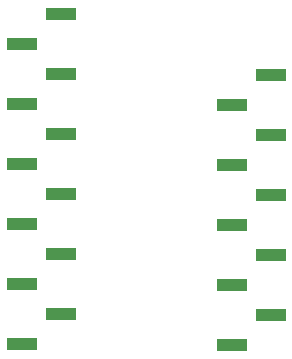
<source format=gbr>
%TF.GenerationSoftware,KiCad,Pcbnew,(5.1.10)-1*%
%TF.CreationDate,2021-11-28T18:03:10+01:00*%
%TF.ProjectId,M5StampC3,4d355374-616d-4704-9333-2e6b69636164,rev?*%
%TF.SameCoordinates,Original*%
%TF.FileFunction,Paste,Bot*%
%TF.FilePolarity,Positive*%
%FSLAX46Y46*%
G04 Gerber Fmt 4.6, Leading zero omitted, Abs format (unit mm)*
G04 Created by KiCad (PCBNEW (5.1.10)-1) date 2021-11-28 18:03:10*
%MOMM*%
%LPD*%
G01*
G04 APERTURE LIST*
%ADD10R,2.510000X1.000000*%
G04 APERTURE END LIST*
D10*
%TO.C,J2*%
X132635000Y-78232000D03*
X132635000Y-73152000D03*
X132635000Y-68072000D03*
X132635000Y-62992000D03*
X132635000Y-57912000D03*
X135945000Y-75692000D03*
X135945000Y-70612000D03*
X135945000Y-65532000D03*
X135945000Y-60452000D03*
X135945000Y-55372000D03*
%TD*%
%TO.C,J1*%
X114855000Y-78228000D03*
X114855000Y-73148000D03*
X114855000Y-68068000D03*
X114855000Y-62988000D03*
X114855000Y-57908000D03*
X114855000Y-52828000D03*
X118165000Y-75688000D03*
X118165000Y-70608000D03*
X118165000Y-65528000D03*
X118165000Y-60448000D03*
X118165000Y-55368000D03*
X118165000Y-50288000D03*
%TD*%
M02*

</source>
